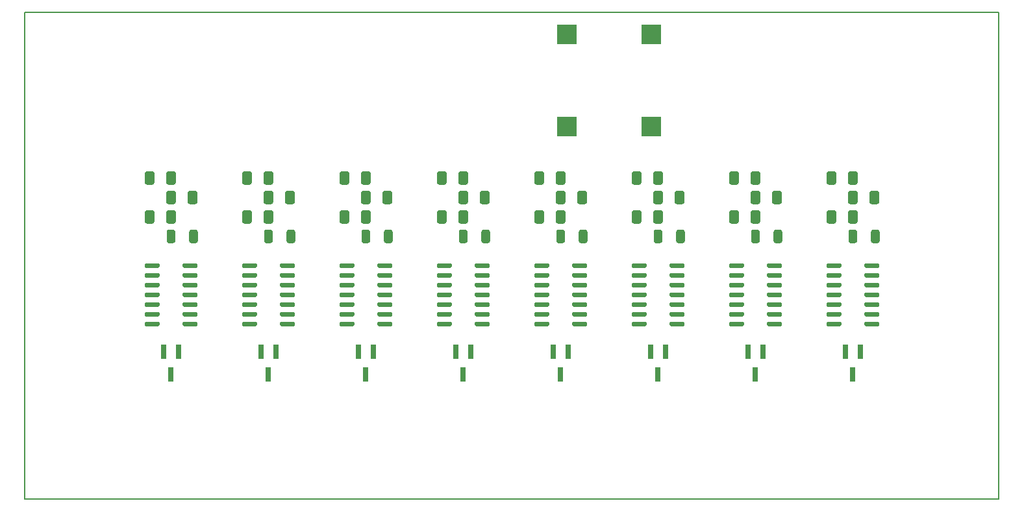
<source format=gbr>
G04 #@! TF.GenerationSoftware,KiCad,Pcbnew,5.1.8+dfsg1-1+b1*
G04 #@! TF.CreationDate,2021-07-07T16:36:25-05:00*
G04 #@! TF.ProjectId,potentiosynth,706f7465-6e74-4696-9f73-796e74682e6b,B*
G04 #@! TF.SameCoordinates,Original*
G04 #@! TF.FileFunction,Paste,Top*
G04 #@! TF.FilePolarity,Positive*
%FSLAX46Y46*%
G04 Gerber Fmt 4.6, Leading zero omitted, Abs format (unit mm)*
G04 Created by KiCad (PCBNEW 5.1.8+dfsg1-1+b1) date 2021-07-07 16:36:25*
%MOMM*%
%LPD*%
G01*
G04 APERTURE LIST*
G04 #@! TA.AperFunction,Profile*
%ADD10C,0.150000*%
G04 #@! TD*
%ADD11R,2.500000X2.500000*%
%ADD12R,0.800000X1.900000*%
G04 APERTURE END LIST*
D10*
X50800000Y-127000000D02*
X177800000Y-127000000D01*
X50800000Y-63500000D02*
X177800000Y-63500000D01*
X50800000Y-127000000D02*
X50800000Y-63500000D01*
X177800000Y-127000000D02*
X177800000Y-63500000D01*
G36*
G01*
X160250000Y-96670000D02*
X160250000Y-96370000D01*
G75*
G02*
X160400000Y-96220000I150000J0D01*
G01*
X162050000Y-96220000D01*
G75*
G02*
X162200000Y-96370000I0J-150000D01*
G01*
X162200000Y-96670000D01*
G75*
G02*
X162050000Y-96820000I-150000J0D01*
G01*
X160400000Y-96820000D01*
G75*
G02*
X160250000Y-96670000I0J150000D01*
G01*
G37*
G36*
G01*
X160250000Y-97940000D02*
X160250000Y-97640000D01*
G75*
G02*
X160400000Y-97490000I150000J0D01*
G01*
X162050000Y-97490000D01*
G75*
G02*
X162200000Y-97640000I0J-150000D01*
G01*
X162200000Y-97940000D01*
G75*
G02*
X162050000Y-98090000I-150000J0D01*
G01*
X160400000Y-98090000D01*
G75*
G02*
X160250000Y-97940000I0J150000D01*
G01*
G37*
G36*
G01*
X160250000Y-99210000D02*
X160250000Y-98910000D01*
G75*
G02*
X160400000Y-98760000I150000J0D01*
G01*
X162050000Y-98760000D01*
G75*
G02*
X162200000Y-98910000I0J-150000D01*
G01*
X162200000Y-99210000D01*
G75*
G02*
X162050000Y-99360000I-150000J0D01*
G01*
X160400000Y-99360000D01*
G75*
G02*
X160250000Y-99210000I0J150000D01*
G01*
G37*
G36*
G01*
X160250000Y-100480000D02*
X160250000Y-100180000D01*
G75*
G02*
X160400000Y-100030000I150000J0D01*
G01*
X162050000Y-100030000D01*
G75*
G02*
X162200000Y-100180000I0J-150000D01*
G01*
X162200000Y-100480000D01*
G75*
G02*
X162050000Y-100630000I-150000J0D01*
G01*
X160400000Y-100630000D01*
G75*
G02*
X160250000Y-100480000I0J150000D01*
G01*
G37*
G36*
G01*
X160250000Y-101750000D02*
X160250000Y-101450000D01*
G75*
G02*
X160400000Y-101300000I150000J0D01*
G01*
X162050000Y-101300000D01*
G75*
G02*
X162200000Y-101450000I0J-150000D01*
G01*
X162200000Y-101750000D01*
G75*
G02*
X162050000Y-101900000I-150000J0D01*
G01*
X160400000Y-101900000D01*
G75*
G02*
X160250000Y-101750000I0J150000D01*
G01*
G37*
G36*
G01*
X160250000Y-103020000D02*
X160250000Y-102720000D01*
G75*
G02*
X160400000Y-102570000I150000J0D01*
G01*
X162050000Y-102570000D01*
G75*
G02*
X162200000Y-102720000I0J-150000D01*
G01*
X162200000Y-103020000D01*
G75*
G02*
X162050000Y-103170000I-150000J0D01*
G01*
X160400000Y-103170000D01*
G75*
G02*
X160250000Y-103020000I0J150000D01*
G01*
G37*
G36*
G01*
X160250000Y-104290000D02*
X160250000Y-103990000D01*
G75*
G02*
X160400000Y-103840000I150000J0D01*
G01*
X162050000Y-103840000D01*
G75*
G02*
X162200000Y-103990000I0J-150000D01*
G01*
X162200000Y-104290000D01*
G75*
G02*
X162050000Y-104440000I-150000J0D01*
G01*
X160400000Y-104440000D01*
G75*
G02*
X160250000Y-104290000I0J150000D01*
G01*
G37*
G36*
G01*
X155300000Y-104290000D02*
X155300000Y-103990000D01*
G75*
G02*
X155450000Y-103840000I150000J0D01*
G01*
X157100000Y-103840000D01*
G75*
G02*
X157250000Y-103990000I0J-150000D01*
G01*
X157250000Y-104290000D01*
G75*
G02*
X157100000Y-104440000I-150000J0D01*
G01*
X155450000Y-104440000D01*
G75*
G02*
X155300000Y-104290000I0J150000D01*
G01*
G37*
G36*
G01*
X155300000Y-103020000D02*
X155300000Y-102720000D01*
G75*
G02*
X155450000Y-102570000I150000J0D01*
G01*
X157100000Y-102570000D01*
G75*
G02*
X157250000Y-102720000I0J-150000D01*
G01*
X157250000Y-103020000D01*
G75*
G02*
X157100000Y-103170000I-150000J0D01*
G01*
X155450000Y-103170000D01*
G75*
G02*
X155300000Y-103020000I0J150000D01*
G01*
G37*
G36*
G01*
X155300000Y-101750000D02*
X155300000Y-101450000D01*
G75*
G02*
X155450000Y-101300000I150000J0D01*
G01*
X157100000Y-101300000D01*
G75*
G02*
X157250000Y-101450000I0J-150000D01*
G01*
X157250000Y-101750000D01*
G75*
G02*
X157100000Y-101900000I-150000J0D01*
G01*
X155450000Y-101900000D01*
G75*
G02*
X155300000Y-101750000I0J150000D01*
G01*
G37*
G36*
G01*
X155300000Y-100480000D02*
X155300000Y-100180000D01*
G75*
G02*
X155450000Y-100030000I150000J0D01*
G01*
X157100000Y-100030000D01*
G75*
G02*
X157250000Y-100180000I0J-150000D01*
G01*
X157250000Y-100480000D01*
G75*
G02*
X157100000Y-100630000I-150000J0D01*
G01*
X155450000Y-100630000D01*
G75*
G02*
X155300000Y-100480000I0J150000D01*
G01*
G37*
G36*
G01*
X155300000Y-99210000D02*
X155300000Y-98910000D01*
G75*
G02*
X155450000Y-98760000I150000J0D01*
G01*
X157100000Y-98760000D01*
G75*
G02*
X157250000Y-98910000I0J-150000D01*
G01*
X157250000Y-99210000D01*
G75*
G02*
X157100000Y-99360000I-150000J0D01*
G01*
X155450000Y-99360000D01*
G75*
G02*
X155300000Y-99210000I0J150000D01*
G01*
G37*
G36*
G01*
X155300000Y-97940000D02*
X155300000Y-97640000D01*
G75*
G02*
X155450000Y-97490000I150000J0D01*
G01*
X157100000Y-97490000D01*
G75*
G02*
X157250000Y-97640000I0J-150000D01*
G01*
X157250000Y-97940000D01*
G75*
G02*
X157100000Y-98090000I-150000J0D01*
G01*
X155450000Y-98090000D01*
G75*
G02*
X155300000Y-97940000I0J150000D01*
G01*
G37*
G36*
G01*
X155300000Y-96670000D02*
X155300000Y-96370000D01*
G75*
G02*
X155450000Y-96220000I150000J0D01*
G01*
X157100000Y-96220000D01*
G75*
G02*
X157250000Y-96370000I0J-150000D01*
G01*
X157250000Y-96670000D01*
G75*
G02*
X157100000Y-96820000I-150000J0D01*
G01*
X155450000Y-96820000D01*
G75*
G02*
X155300000Y-96670000I0J150000D01*
G01*
G37*
G36*
G01*
X147550000Y-96670000D02*
X147550000Y-96370000D01*
G75*
G02*
X147700000Y-96220000I150000J0D01*
G01*
X149350000Y-96220000D01*
G75*
G02*
X149500000Y-96370000I0J-150000D01*
G01*
X149500000Y-96670000D01*
G75*
G02*
X149350000Y-96820000I-150000J0D01*
G01*
X147700000Y-96820000D01*
G75*
G02*
X147550000Y-96670000I0J150000D01*
G01*
G37*
G36*
G01*
X147550000Y-97940000D02*
X147550000Y-97640000D01*
G75*
G02*
X147700000Y-97490000I150000J0D01*
G01*
X149350000Y-97490000D01*
G75*
G02*
X149500000Y-97640000I0J-150000D01*
G01*
X149500000Y-97940000D01*
G75*
G02*
X149350000Y-98090000I-150000J0D01*
G01*
X147700000Y-98090000D01*
G75*
G02*
X147550000Y-97940000I0J150000D01*
G01*
G37*
G36*
G01*
X147550000Y-99210000D02*
X147550000Y-98910000D01*
G75*
G02*
X147700000Y-98760000I150000J0D01*
G01*
X149350000Y-98760000D01*
G75*
G02*
X149500000Y-98910000I0J-150000D01*
G01*
X149500000Y-99210000D01*
G75*
G02*
X149350000Y-99360000I-150000J0D01*
G01*
X147700000Y-99360000D01*
G75*
G02*
X147550000Y-99210000I0J150000D01*
G01*
G37*
G36*
G01*
X147550000Y-100480000D02*
X147550000Y-100180000D01*
G75*
G02*
X147700000Y-100030000I150000J0D01*
G01*
X149350000Y-100030000D01*
G75*
G02*
X149500000Y-100180000I0J-150000D01*
G01*
X149500000Y-100480000D01*
G75*
G02*
X149350000Y-100630000I-150000J0D01*
G01*
X147700000Y-100630000D01*
G75*
G02*
X147550000Y-100480000I0J150000D01*
G01*
G37*
G36*
G01*
X147550000Y-101750000D02*
X147550000Y-101450000D01*
G75*
G02*
X147700000Y-101300000I150000J0D01*
G01*
X149350000Y-101300000D01*
G75*
G02*
X149500000Y-101450000I0J-150000D01*
G01*
X149500000Y-101750000D01*
G75*
G02*
X149350000Y-101900000I-150000J0D01*
G01*
X147700000Y-101900000D01*
G75*
G02*
X147550000Y-101750000I0J150000D01*
G01*
G37*
G36*
G01*
X147550000Y-103020000D02*
X147550000Y-102720000D01*
G75*
G02*
X147700000Y-102570000I150000J0D01*
G01*
X149350000Y-102570000D01*
G75*
G02*
X149500000Y-102720000I0J-150000D01*
G01*
X149500000Y-103020000D01*
G75*
G02*
X149350000Y-103170000I-150000J0D01*
G01*
X147700000Y-103170000D01*
G75*
G02*
X147550000Y-103020000I0J150000D01*
G01*
G37*
G36*
G01*
X147550000Y-104290000D02*
X147550000Y-103990000D01*
G75*
G02*
X147700000Y-103840000I150000J0D01*
G01*
X149350000Y-103840000D01*
G75*
G02*
X149500000Y-103990000I0J-150000D01*
G01*
X149500000Y-104290000D01*
G75*
G02*
X149350000Y-104440000I-150000J0D01*
G01*
X147700000Y-104440000D01*
G75*
G02*
X147550000Y-104290000I0J150000D01*
G01*
G37*
G36*
G01*
X142600000Y-104290000D02*
X142600000Y-103990000D01*
G75*
G02*
X142750000Y-103840000I150000J0D01*
G01*
X144400000Y-103840000D01*
G75*
G02*
X144550000Y-103990000I0J-150000D01*
G01*
X144550000Y-104290000D01*
G75*
G02*
X144400000Y-104440000I-150000J0D01*
G01*
X142750000Y-104440000D01*
G75*
G02*
X142600000Y-104290000I0J150000D01*
G01*
G37*
G36*
G01*
X142600000Y-103020000D02*
X142600000Y-102720000D01*
G75*
G02*
X142750000Y-102570000I150000J0D01*
G01*
X144400000Y-102570000D01*
G75*
G02*
X144550000Y-102720000I0J-150000D01*
G01*
X144550000Y-103020000D01*
G75*
G02*
X144400000Y-103170000I-150000J0D01*
G01*
X142750000Y-103170000D01*
G75*
G02*
X142600000Y-103020000I0J150000D01*
G01*
G37*
G36*
G01*
X142600000Y-101750000D02*
X142600000Y-101450000D01*
G75*
G02*
X142750000Y-101300000I150000J0D01*
G01*
X144400000Y-101300000D01*
G75*
G02*
X144550000Y-101450000I0J-150000D01*
G01*
X144550000Y-101750000D01*
G75*
G02*
X144400000Y-101900000I-150000J0D01*
G01*
X142750000Y-101900000D01*
G75*
G02*
X142600000Y-101750000I0J150000D01*
G01*
G37*
G36*
G01*
X142600000Y-100480000D02*
X142600000Y-100180000D01*
G75*
G02*
X142750000Y-100030000I150000J0D01*
G01*
X144400000Y-100030000D01*
G75*
G02*
X144550000Y-100180000I0J-150000D01*
G01*
X144550000Y-100480000D01*
G75*
G02*
X144400000Y-100630000I-150000J0D01*
G01*
X142750000Y-100630000D01*
G75*
G02*
X142600000Y-100480000I0J150000D01*
G01*
G37*
G36*
G01*
X142600000Y-99210000D02*
X142600000Y-98910000D01*
G75*
G02*
X142750000Y-98760000I150000J0D01*
G01*
X144400000Y-98760000D01*
G75*
G02*
X144550000Y-98910000I0J-150000D01*
G01*
X144550000Y-99210000D01*
G75*
G02*
X144400000Y-99360000I-150000J0D01*
G01*
X142750000Y-99360000D01*
G75*
G02*
X142600000Y-99210000I0J150000D01*
G01*
G37*
G36*
G01*
X142600000Y-97940000D02*
X142600000Y-97640000D01*
G75*
G02*
X142750000Y-97490000I150000J0D01*
G01*
X144400000Y-97490000D01*
G75*
G02*
X144550000Y-97640000I0J-150000D01*
G01*
X144550000Y-97940000D01*
G75*
G02*
X144400000Y-98090000I-150000J0D01*
G01*
X142750000Y-98090000D01*
G75*
G02*
X142600000Y-97940000I0J150000D01*
G01*
G37*
G36*
G01*
X142600000Y-96670000D02*
X142600000Y-96370000D01*
G75*
G02*
X142750000Y-96220000I150000J0D01*
G01*
X144400000Y-96220000D01*
G75*
G02*
X144550000Y-96370000I0J-150000D01*
G01*
X144550000Y-96670000D01*
G75*
G02*
X144400000Y-96820000I-150000J0D01*
G01*
X142750000Y-96820000D01*
G75*
G02*
X142600000Y-96670000I0J150000D01*
G01*
G37*
G36*
G01*
X134850000Y-96670000D02*
X134850000Y-96370000D01*
G75*
G02*
X135000000Y-96220000I150000J0D01*
G01*
X136650000Y-96220000D01*
G75*
G02*
X136800000Y-96370000I0J-150000D01*
G01*
X136800000Y-96670000D01*
G75*
G02*
X136650000Y-96820000I-150000J0D01*
G01*
X135000000Y-96820000D01*
G75*
G02*
X134850000Y-96670000I0J150000D01*
G01*
G37*
G36*
G01*
X134850000Y-97940000D02*
X134850000Y-97640000D01*
G75*
G02*
X135000000Y-97490000I150000J0D01*
G01*
X136650000Y-97490000D01*
G75*
G02*
X136800000Y-97640000I0J-150000D01*
G01*
X136800000Y-97940000D01*
G75*
G02*
X136650000Y-98090000I-150000J0D01*
G01*
X135000000Y-98090000D01*
G75*
G02*
X134850000Y-97940000I0J150000D01*
G01*
G37*
G36*
G01*
X134850000Y-99210000D02*
X134850000Y-98910000D01*
G75*
G02*
X135000000Y-98760000I150000J0D01*
G01*
X136650000Y-98760000D01*
G75*
G02*
X136800000Y-98910000I0J-150000D01*
G01*
X136800000Y-99210000D01*
G75*
G02*
X136650000Y-99360000I-150000J0D01*
G01*
X135000000Y-99360000D01*
G75*
G02*
X134850000Y-99210000I0J150000D01*
G01*
G37*
G36*
G01*
X134850000Y-100480000D02*
X134850000Y-100180000D01*
G75*
G02*
X135000000Y-100030000I150000J0D01*
G01*
X136650000Y-100030000D01*
G75*
G02*
X136800000Y-100180000I0J-150000D01*
G01*
X136800000Y-100480000D01*
G75*
G02*
X136650000Y-100630000I-150000J0D01*
G01*
X135000000Y-100630000D01*
G75*
G02*
X134850000Y-100480000I0J150000D01*
G01*
G37*
G36*
G01*
X134850000Y-101750000D02*
X134850000Y-101450000D01*
G75*
G02*
X135000000Y-101300000I150000J0D01*
G01*
X136650000Y-101300000D01*
G75*
G02*
X136800000Y-101450000I0J-150000D01*
G01*
X136800000Y-101750000D01*
G75*
G02*
X136650000Y-101900000I-150000J0D01*
G01*
X135000000Y-101900000D01*
G75*
G02*
X134850000Y-101750000I0J150000D01*
G01*
G37*
G36*
G01*
X134850000Y-103020000D02*
X134850000Y-102720000D01*
G75*
G02*
X135000000Y-102570000I150000J0D01*
G01*
X136650000Y-102570000D01*
G75*
G02*
X136800000Y-102720000I0J-150000D01*
G01*
X136800000Y-103020000D01*
G75*
G02*
X136650000Y-103170000I-150000J0D01*
G01*
X135000000Y-103170000D01*
G75*
G02*
X134850000Y-103020000I0J150000D01*
G01*
G37*
G36*
G01*
X134850000Y-104290000D02*
X134850000Y-103990000D01*
G75*
G02*
X135000000Y-103840000I150000J0D01*
G01*
X136650000Y-103840000D01*
G75*
G02*
X136800000Y-103990000I0J-150000D01*
G01*
X136800000Y-104290000D01*
G75*
G02*
X136650000Y-104440000I-150000J0D01*
G01*
X135000000Y-104440000D01*
G75*
G02*
X134850000Y-104290000I0J150000D01*
G01*
G37*
G36*
G01*
X129900000Y-104290000D02*
X129900000Y-103990000D01*
G75*
G02*
X130050000Y-103840000I150000J0D01*
G01*
X131700000Y-103840000D01*
G75*
G02*
X131850000Y-103990000I0J-150000D01*
G01*
X131850000Y-104290000D01*
G75*
G02*
X131700000Y-104440000I-150000J0D01*
G01*
X130050000Y-104440000D01*
G75*
G02*
X129900000Y-104290000I0J150000D01*
G01*
G37*
G36*
G01*
X129900000Y-103020000D02*
X129900000Y-102720000D01*
G75*
G02*
X130050000Y-102570000I150000J0D01*
G01*
X131700000Y-102570000D01*
G75*
G02*
X131850000Y-102720000I0J-150000D01*
G01*
X131850000Y-103020000D01*
G75*
G02*
X131700000Y-103170000I-150000J0D01*
G01*
X130050000Y-103170000D01*
G75*
G02*
X129900000Y-103020000I0J150000D01*
G01*
G37*
G36*
G01*
X129900000Y-101750000D02*
X129900000Y-101450000D01*
G75*
G02*
X130050000Y-101300000I150000J0D01*
G01*
X131700000Y-101300000D01*
G75*
G02*
X131850000Y-101450000I0J-150000D01*
G01*
X131850000Y-101750000D01*
G75*
G02*
X131700000Y-101900000I-150000J0D01*
G01*
X130050000Y-101900000D01*
G75*
G02*
X129900000Y-101750000I0J150000D01*
G01*
G37*
G36*
G01*
X129900000Y-100480000D02*
X129900000Y-100180000D01*
G75*
G02*
X130050000Y-100030000I150000J0D01*
G01*
X131700000Y-100030000D01*
G75*
G02*
X131850000Y-100180000I0J-150000D01*
G01*
X131850000Y-100480000D01*
G75*
G02*
X131700000Y-100630000I-150000J0D01*
G01*
X130050000Y-100630000D01*
G75*
G02*
X129900000Y-100480000I0J150000D01*
G01*
G37*
G36*
G01*
X129900000Y-99210000D02*
X129900000Y-98910000D01*
G75*
G02*
X130050000Y-98760000I150000J0D01*
G01*
X131700000Y-98760000D01*
G75*
G02*
X131850000Y-98910000I0J-150000D01*
G01*
X131850000Y-99210000D01*
G75*
G02*
X131700000Y-99360000I-150000J0D01*
G01*
X130050000Y-99360000D01*
G75*
G02*
X129900000Y-99210000I0J150000D01*
G01*
G37*
G36*
G01*
X129900000Y-97940000D02*
X129900000Y-97640000D01*
G75*
G02*
X130050000Y-97490000I150000J0D01*
G01*
X131700000Y-97490000D01*
G75*
G02*
X131850000Y-97640000I0J-150000D01*
G01*
X131850000Y-97940000D01*
G75*
G02*
X131700000Y-98090000I-150000J0D01*
G01*
X130050000Y-98090000D01*
G75*
G02*
X129900000Y-97940000I0J150000D01*
G01*
G37*
G36*
G01*
X129900000Y-96670000D02*
X129900000Y-96370000D01*
G75*
G02*
X130050000Y-96220000I150000J0D01*
G01*
X131700000Y-96220000D01*
G75*
G02*
X131850000Y-96370000I0J-150000D01*
G01*
X131850000Y-96670000D01*
G75*
G02*
X131700000Y-96820000I-150000J0D01*
G01*
X130050000Y-96820000D01*
G75*
G02*
X129900000Y-96670000I0J150000D01*
G01*
G37*
G36*
G01*
X122150000Y-96670000D02*
X122150000Y-96370000D01*
G75*
G02*
X122300000Y-96220000I150000J0D01*
G01*
X123950000Y-96220000D01*
G75*
G02*
X124100000Y-96370000I0J-150000D01*
G01*
X124100000Y-96670000D01*
G75*
G02*
X123950000Y-96820000I-150000J0D01*
G01*
X122300000Y-96820000D01*
G75*
G02*
X122150000Y-96670000I0J150000D01*
G01*
G37*
G36*
G01*
X122150000Y-97940000D02*
X122150000Y-97640000D01*
G75*
G02*
X122300000Y-97490000I150000J0D01*
G01*
X123950000Y-97490000D01*
G75*
G02*
X124100000Y-97640000I0J-150000D01*
G01*
X124100000Y-97940000D01*
G75*
G02*
X123950000Y-98090000I-150000J0D01*
G01*
X122300000Y-98090000D01*
G75*
G02*
X122150000Y-97940000I0J150000D01*
G01*
G37*
G36*
G01*
X122150000Y-99210000D02*
X122150000Y-98910000D01*
G75*
G02*
X122300000Y-98760000I150000J0D01*
G01*
X123950000Y-98760000D01*
G75*
G02*
X124100000Y-98910000I0J-150000D01*
G01*
X124100000Y-99210000D01*
G75*
G02*
X123950000Y-99360000I-150000J0D01*
G01*
X122300000Y-99360000D01*
G75*
G02*
X122150000Y-99210000I0J150000D01*
G01*
G37*
G36*
G01*
X122150000Y-100480000D02*
X122150000Y-100180000D01*
G75*
G02*
X122300000Y-100030000I150000J0D01*
G01*
X123950000Y-100030000D01*
G75*
G02*
X124100000Y-100180000I0J-150000D01*
G01*
X124100000Y-100480000D01*
G75*
G02*
X123950000Y-100630000I-150000J0D01*
G01*
X122300000Y-100630000D01*
G75*
G02*
X122150000Y-100480000I0J150000D01*
G01*
G37*
G36*
G01*
X122150000Y-101750000D02*
X122150000Y-101450000D01*
G75*
G02*
X122300000Y-101300000I150000J0D01*
G01*
X123950000Y-101300000D01*
G75*
G02*
X124100000Y-101450000I0J-150000D01*
G01*
X124100000Y-101750000D01*
G75*
G02*
X123950000Y-101900000I-150000J0D01*
G01*
X122300000Y-101900000D01*
G75*
G02*
X122150000Y-101750000I0J150000D01*
G01*
G37*
G36*
G01*
X122150000Y-103020000D02*
X122150000Y-102720000D01*
G75*
G02*
X122300000Y-102570000I150000J0D01*
G01*
X123950000Y-102570000D01*
G75*
G02*
X124100000Y-102720000I0J-150000D01*
G01*
X124100000Y-103020000D01*
G75*
G02*
X123950000Y-103170000I-150000J0D01*
G01*
X122300000Y-103170000D01*
G75*
G02*
X122150000Y-103020000I0J150000D01*
G01*
G37*
G36*
G01*
X122150000Y-104290000D02*
X122150000Y-103990000D01*
G75*
G02*
X122300000Y-103840000I150000J0D01*
G01*
X123950000Y-103840000D01*
G75*
G02*
X124100000Y-103990000I0J-150000D01*
G01*
X124100000Y-104290000D01*
G75*
G02*
X123950000Y-104440000I-150000J0D01*
G01*
X122300000Y-104440000D01*
G75*
G02*
X122150000Y-104290000I0J150000D01*
G01*
G37*
G36*
G01*
X117200000Y-104290000D02*
X117200000Y-103990000D01*
G75*
G02*
X117350000Y-103840000I150000J0D01*
G01*
X119000000Y-103840000D01*
G75*
G02*
X119150000Y-103990000I0J-150000D01*
G01*
X119150000Y-104290000D01*
G75*
G02*
X119000000Y-104440000I-150000J0D01*
G01*
X117350000Y-104440000D01*
G75*
G02*
X117200000Y-104290000I0J150000D01*
G01*
G37*
G36*
G01*
X117200000Y-103020000D02*
X117200000Y-102720000D01*
G75*
G02*
X117350000Y-102570000I150000J0D01*
G01*
X119000000Y-102570000D01*
G75*
G02*
X119150000Y-102720000I0J-150000D01*
G01*
X119150000Y-103020000D01*
G75*
G02*
X119000000Y-103170000I-150000J0D01*
G01*
X117350000Y-103170000D01*
G75*
G02*
X117200000Y-103020000I0J150000D01*
G01*
G37*
G36*
G01*
X117200000Y-101750000D02*
X117200000Y-101450000D01*
G75*
G02*
X117350000Y-101300000I150000J0D01*
G01*
X119000000Y-101300000D01*
G75*
G02*
X119150000Y-101450000I0J-150000D01*
G01*
X119150000Y-101750000D01*
G75*
G02*
X119000000Y-101900000I-150000J0D01*
G01*
X117350000Y-101900000D01*
G75*
G02*
X117200000Y-101750000I0J150000D01*
G01*
G37*
G36*
G01*
X117200000Y-100480000D02*
X117200000Y-100180000D01*
G75*
G02*
X117350000Y-100030000I150000J0D01*
G01*
X119000000Y-100030000D01*
G75*
G02*
X119150000Y-100180000I0J-150000D01*
G01*
X119150000Y-100480000D01*
G75*
G02*
X119000000Y-100630000I-150000J0D01*
G01*
X117350000Y-100630000D01*
G75*
G02*
X117200000Y-100480000I0J150000D01*
G01*
G37*
G36*
G01*
X117200000Y-99210000D02*
X117200000Y-98910000D01*
G75*
G02*
X117350000Y-98760000I150000J0D01*
G01*
X119000000Y-98760000D01*
G75*
G02*
X119150000Y-98910000I0J-150000D01*
G01*
X119150000Y-99210000D01*
G75*
G02*
X119000000Y-99360000I-150000J0D01*
G01*
X117350000Y-99360000D01*
G75*
G02*
X117200000Y-99210000I0J150000D01*
G01*
G37*
G36*
G01*
X117200000Y-97940000D02*
X117200000Y-97640000D01*
G75*
G02*
X117350000Y-97490000I150000J0D01*
G01*
X119000000Y-97490000D01*
G75*
G02*
X119150000Y-97640000I0J-150000D01*
G01*
X119150000Y-97940000D01*
G75*
G02*
X119000000Y-98090000I-150000J0D01*
G01*
X117350000Y-98090000D01*
G75*
G02*
X117200000Y-97940000I0J150000D01*
G01*
G37*
G36*
G01*
X117200000Y-96670000D02*
X117200000Y-96370000D01*
G75*
G02*
X117350000Y-96220000I150000J0D01*
G01*
X119000000Y-96220000D01*
G75*
G02*
X119150000Y-96370000I0J-150000D01*
G01*
X119150000Y-96670000D01*
G75*
G02*
X119000000Y-96820000I-150000J0D01*
G01*
X117350000Y-96820000D01*
G75*
G02*
X117200000Y-96670000I0J150000D01*
G01*
G37*
G36*
G01*
X109450000Y-96670000D02*
X109450000Y-96370000D01*
G75*
G02*
X109600000Y-96220000I150000J0D01*
G01*
X111250000Y-96220000D01*
G75*
G02*
X111400000Y-96370000I0J-150000D01*
G01*
X111400000Y-96670000D01*
G75*
G02*
X111250000Y-96820000I-150000J0D01*
G01*
X109600000Y-96820000D01*
G75*
G02*
X109450000Y-96670000I0J150000D01*
G01*
G37*
G36*
G01*
X109450000Y-97940000D02*
X109450000Y-97640000D01*
G75*
G02*
X109600000Y-97490000I150000J0D01*
G01*
X111250000Y-97490000D01*
G75*
G02*
X111400000Y-97640000I0J-150000D01*
G01*
X111400000Y-97940000D01*
G75*
G02*
X111250000Y-98090000I-150000J0D01*
G01*
X109600000Y-98090000D01*
G75*
G02*
X109450000Y-97940000I0J150000D01*
G01*
G37*
G36*
G01*
X109450000Y-99210000D02*
X109450000Y-98910000D01*
G75*
G02*
X109600000Y-98760000I150000J0D01*
G01*
X111250000Y-98760000D01*
G75*
G02*
X111400000Y-98910000I0J-150000D01*
G01*
X111400000Y-99210000D01*
G75*
G02*
X111250000Y-99360000I-150000J0D01*
G01*
X109600000Y-99360000D01*
G75*
G02*
X109450000Y-99210000I0J150000D01*
G01*
G37*
G36*
G01*
X109450000Y-100480000D02*
X109450000Y-100180000D01*
G75*
G02*
X109600000Y-100030000I150000J0D01*
G01*
X111250000Y-100030000D01*
G75*
G02*
X111400000Y-100180000I0J-150000D01*
G01*
X111400000Y-100480000D01*
G75*
G02*
X111250000Y-100630000I-150000J0D01*
G01*
X109600000Y-100630000D01*
G75*
G02*
X109450000Y-100480000I0J150000D01*
G01*
G37*
G36*
G01*
X109450000Y-101750000D02*
X109450000Y-101450000D01*
G75*
G02*
X109600000Y-101300000I150000J0D01*
G01*
X111250000Y-101300000D01*
G75*
G02*
X111400000Y-101450000I0J-150000D01*
G01*
X111400000Y-101750000D01*
G75*
G02*
X111250000Y-101900000I-150000J0D01*
G01*
X109600000Y-101900000D01*
G75*
G02*
X109450000Y-101750000I0J150000D01*
G01*
G37*
G36*
G01*
X109450000Y-103020000D02*
X109450000Y-102720000D01*
G75*
G02*
X109600000Y-102570000I150000J0D01*
G01*
X111250000Y-102570000D01*
G75*
G02*
X111400000Y-102720000I0J-150000D01*
G01*
X111400000Y-103020000D01*
G75*
G02*
X111250000Y-103170000I-150000J0D01*
G01*
X109600000Y-103170000D01*
G75*
G02*
X109450000Y-103020000I0J150000D01*
G01*
G37*
G36*
G01*
X109450000Y-104290000D02*
X109450000Y-103990000D01*
G75*
G02*
X109600000Y-103840000I150000J0D01*
G01*
X111250000Y-103840000D01*
G75*
G02*
X111400000Y-103990000I0J-150000D01*
G01*
X111400000Y-104290000D01*
G75*
G02*
X111250000Y-104440000I-150000J0D01*
G01*
X109600000Y-104440000D01*
G75*
G02*
X109450000Y-104290000I0J150000D01*
G01*
G37*
G36*
G01*
X104500000Y-104290000D02*
X104500000Y-103990000D01*
G75*
G02*
X104650000Y-103840000I150000J0D01*
G01*
X106300000Y-103840000D01*
G75*
G02*
X106450000Y-103990000I0J-150000D01*
G01*
X106450000Y-104290000D01*
G75*
G02*
X106300000Y-104440000I-150000J0D01*
G01*
X104650000Y-104440000D01*
G75*
G02*
X104500000Y-104290000I0J150000D01*
G01*
G37*
G36*
G01*
X104500000Y-103020000D02*
X104500000Y-102720000D01*
G75*
G02*
X104650000Y-102570000I150000J0D01*
G01*
X106300000Y-102570000D01*
G75*
G02*
X106450000Y-102720000I0J-150000D01*
G01*
X106450000Y-103020000D01*
G75*
G02*
X106300000Y-103170000I-150000J0D01*
G01*
X104650000Y-103170000D01*
G75*
G02*
X104500000Y-103020000I0J150000D01*
G01*
G37*
G36*
G01*
X104500000Y-101750000D02*
X104500000Y-101450000D01*
G75*
G02*
X104650000Y-101300000I150000J0D01*
G01*
X106300000Y-101300000D01*
G75*
G02*
X106450000Y-101450000I0J-150000D01*
G01*
X106450000Y-101750000D01*
G75*
G02*
X106300000Y-101900000I-150000J0D01*
G01*
X104650000Y-101900000D01*
G75*
G02*
X104500000Y-101750000I0J150000D01*
G01*
G37*
G36*
G01*
X104500000Y-100480000D02*
X104500000Y-100180000D01*
G75*
G02*
X104650000Y-100030000I150000J0D01*
G01*
X106300000Y-100030000D01*
G75*
G02*
X106450000Y-100180000I0J-150000D01*
G01*
X106450000Y-100480000D01*
G75*
G02*
X106300000Y-100630000I-150000J0D01*
G01*
X104650000Y-100630000D01*
G75*
G02*
X104500000Y-100480000I0J150000D01*
G01*
G37*
G36*
G01*
X104500000Y-99210000D02*
X104500000Y-98910000D01*
G75*
G02*
X104650000Y-98760000I150000J0D01*
G01*
X106300000Y-98760000D01*
G75*
G02*
X106450000Y-98910000I0J-150000D01*
G01*
X106450000Y-99210000D01*
G75*
G02*
X106300000Y-99360000I-150000J0D01*
G01*
X104650000Y-99360000D01*
G75*
G02*
X104500000Y-99210000I0J150000D01*
G01*
G37*
G36*
G01*
X104500000Y-97940000D02*
X104500000Y-97640000D01*
G75*
G02*
X104650000Y-97490000I150000J0D01*
G01*
X106300000Y-97490000D01*
G75*
G02*
X106450000Y-97640000I0J-150000D01*
G01*
X106450000Y-97940000D01*
G75*
G02*
X106300000Y-98090000I-150000J0D01*
G01*
X104650000Y-98090000D01*
G75*
G02*
X104500000Y-97940000I0J150000D01*
G01*
G37*
G36*
G01*
X104500000Y-96670000D02*
X104500000Y-96370000D01*
G75*
G02*
X104650000Y-96220000I150000J0D01*
G01*
X106300000Y-96220000D01*
G75*
G02*
X106450000Y-96370000I0J-150000D01*
G01*
X106450000Y-96670000D01*
G75*
G02*
X106300000Y-96820000I-150000J0D01*
G01*
X104650000Y-96820000D01*
G75*
G02*
X104500000Y-96670000I0J150000D01*
G01*
G37*
G36*
G01*
X96750000Y-96670000D02*
X96750000Y-96370000D01*
G75*
G02*
X96900000Y-96220000I150000J0D01*
G01*
X98550000Y-96220000D01*
G75*
G02*
X98700000Y-96370000I0J-150000D01*
G01*
X98700000Y-96670000D01*
G75*
G02*
X98550000Y-96820000I-150000J0D01*
G01*
X96900000Y-96820000D01*
G75*
G02*
X96750000Y-96670000I0J150000D01*
G01*
G37*
G36*
G01*
X96750000Y-97940000D02*
X96750000Y-97640000D01*
G75*
G02*
X96900000Y-97490000I150000J0D01*
G01*
X98550000Y-97490000D01*
G75*
G02*
X98700000Y-97640000I0J-150000D01*
G01*
X98700000Y-97940000D01*
G75*
G02*
X98550000Y-98090000I-150000J0D01*
G01*
X96900000Y-98090000D01*
G75*
G02*
X96750000Y-97940000I0J150000D01*
G01*
G37*
G36*
G01*
X96750000Y-99210000D02*
X96750000Y-98910000D01*
G75*
G02*
X96900000Y-98760000I150000J0D01*
G01*
X98550000Y-98760000D01*
G75*
G02*
X98700000Y-98910000I0J-150000D01*
G01*
X98700000Y-99210000D01*
G75*
G02*
X98550000Y-99360000I-150000J0D01*
G01*
X96900000Y-99360000D01*
G75*
G02*
X96750000Y-99210000I0J150000D01*
G01*
G37*
G36*
G01*
X96750000Y-100480000D02*
X96750000Y-100180000D01*
G75*
G02*
X96900000Y-100030000I150000J0D01*
G01*
X98550000Y-100030000D01*
G75*
G02*
X98700000Y-100180000I0J-150000D01*
G01*
X98700000Y-100480000D01*
G75*
G02*
X98550000Y-100630000I-150000J0D01*
G01*
X96900000Y-100630000D01*
G75*
G02*
X96750000Y-100480000I0J150000D01*
G01*
G37*
G36*
G01*
X96750000Y-101750000D02*
X96750000Y-101450000D01*
G75*
G02*
X96900000Y-101300000I150000J0D01*
G01*
X98550000Y-101300000D01*
G75*
G02*
X98700000Y-101450000I0J-150000D01*
G01*
X98700000Y-101750000D01*
G75*
G02*
X98550000Y-101900000I-150000J0D01*
G01*
X96900000Y-101900000D01*
G75*
G02*
X96750000Y-101750000I0J150000D01*
G01*
G37*
G36*
G01*
X96750000Y-103020000D02*
X96750000Y-102720000D01*
G75*
G02*
X96900000Y-102570000I150000J0D01*
G01*
X98550000Y-102570000D01*
G75*
G02*
X98700000Y-102720000I0J-150000D01*
G01*
X98700000Y-103020000D01*
G75*
G02*
X98550000Y-103170000I-150000J0D01*
G01*
X96900000Y-103170000D01*
G75*
G02*
X96750000Y-103020000I0J150000D01*
G01*
G37*
G36*
G01*
X96750000Y-104290000D02*
X96750000Y-103990000D01*
G75*
G02*
X96900000Y-103840000I150000J0D01*
G01*
X98550000Y-103840000D01*
G75*
G02*
X98700000Y-103990000I0J-150000D01*
G01*
X98700000Y-104290000D01*
G75*
G02*
X98550000Y-104440000I-150000J0D01*
G01*
X96900000Y-104440000D01*
G75*
G02*
X96750000Y-104290000I0J150000D01*
G01*
G37*
G36*
G01*
X91800000Y-104290000D02*
X91800000Y-103990000D01*
G75*
G02*
X91950000Y-103840000I150000J0D01*
G01*
X93600000Y-103840000D01*
G75*
G02*
X93750000Y-103990000I0J-150000D01*
G01*
X93750000Y-104290000D01*
G75*
G02*
X93600000Y-104440000I-150000J0D01*
G01*
X91950000Y-104440000D01*
G75*
G02*
X91800000Y-104290000I0J150000D01*
G01*
G37*
G36*
G01*
X91800000Y-103020000D02*
X91800000Y-102720000D01*
G75*
G02*
X91950000Y-102570000I150000J0D01*
G01*
X93600000Y-102570000D01*
G75*
G02*
X93750000Y-102720000I0J-150000D01*
G01*
X93750000Y-103020000D01*
G75*
G02*
X93600000Y-103170000I-150000J0D01*
G01*
X91950000Y-103170000D01*
G75*
G02*
X91800000Y-103020000I0J150000D01*
G01*
G37*
G36*
G01*
X91800000Y-101750000D02*
X91800000Y-101450000D01*
G75*
G02*
X91950000Y-101300000I150000J0D01*
G01*
X93600000Y-101300000D01*
G75*
G02*
X93750000Y-101450000I0J-150000D01*
G01*
X93750000Y-101750000D01*
G75*
G02*
X93600000Y-101900000I-150000J0D01*
G01*
X91950000Y-101900000D01*
G75*
G02*
X91800000Y-101750000I0J150000D01*
G01*
G37*
G36*
G01*
X91800000Y-100480000D02*
X91800000Y-100180000D01*
G75*
G02*
X91950000Y-100030000I150000J0D01*
G01*
X93600000Y-100030000D01*
G75*
G02*
X93750000Y-100180000I0J-150000D01*
G01*
X93750000Y-100480000D01*
G75*
G02*
X93600000Y-100630000I-150000J0D01*
G01*
X91950000Y-100630000D01*
G75*
G02*
X91800000Y-100480000I0J150000D01*
G01*
G37*
G36*
G01*
X91800000Y-99210000D02*
X91800000Y-98910000D01*
G75*
G02*
X91950000Y-98760000I150000J0D01*
G01*
X93600000Y-98760000D01*
G75*
G02*
X93750000Y-98910000I0J-150000D01*
G01*
X93750000Y-99210000D01*
G75*
G02*
X93600000Y-99360000I-150000J0D01*
G01*
X91950000Y-99360000D01*
G75*
G02*
X91800000Y-99210000I0J150000D01*
G01*
G37*
G36*
G01*
X91800000Y-97940000D02*
X91800000Y-97640000D01*
G75*
G02*
X91950000Y-97490000I150000J0D01*
G01*
X93600000Y-97490000D01*
G75*
G02*
X93750000Y-97640000I0J-150000D01*
G01*
X93750000Y-97940000D01*
G75*
G02*
X93600000Y-98090000I-150000J0D01*
G01*
X91950000Y-98090000D01*
G75*
G02*
X91800000Y-97940000I0J150000D01*
G01*
G37*
G36*
G01*
X91800000Y-96670000D02*
X91800000Y-96370000D01*
G75*
G02*
X91950000Y-96220000I150000J0D01*
G01*
X93600000Y-96220000D01*
G75*
G02*
X93750000Y-96370000I0J-150000D01*
G01*
X93750000Y-96670000D01*
G75*
G02*
X93600000Y-96820000I-150000J0D01*
G01*
X91950000Y-96820000D01*
G75*
G02*
X91800000Y-96670000I0J150000D01*
G01*
G37*
G36*
G01*
X84050000Y-96670000D02*
X84050000Y-96370000D01*
G75*
G02*
X84200000Y-96220000I150000J0D01*
G01*
X85850000Y-96220000D01*
G75*
G02*
X86000000Y-96370000I0J-150000D01*
G01*
X86000000Y-96670000D01*
G75*
G02*
X85850000Y-96820000I-150000J0D01*
G01*
X84200000Y-96820000D01*
G75*
G02*
X84050000Y-96670000I0J150000D01*
G01*
G37*
G36*
G01*
X84050000Y-97940000D02*
X84050000Y-97640000D01*
G75*
G02*
X84200000Y-97490000I150000J0D01*
G01*
X85850000Y-97490000D01*
G75*
G02*
X86000000Y-97640000I0J-150000D01*
G01*
X86000000Y-97940000D01*
G75*
G02*
X85850000Y-98090000I-150000J0D01*
G01*
X84200000Y-98090000D01*
G75*
G02*
X84050000Y-97940000I0J150000D01*
G01*
G37*
G36*
G01*
X84050000Y-99210000D02*
X84050000Y-98910000D01*
G75*
G02*
X84200000Y-98760000I150000J0D01*
G01*
X85850000Y-98760000D01*
G75*
G02*
X86000000Y-98910000I0J-150000D01*
G01*
X86000000Y-99210000D01*
G75*
G02*
X85850000Y-99360000I-150000J0D01*
G01*
X84200000Y-99360000D01*
G75*
G02*
X84050000Y-99210000I0J150000D01*
G01*
G37*
G36*
G01*
X84050000Y-100480000D02*
X84050000Y-100180000D01*
G75*
G02*
X84200000Y-100030000I150000J0D01*
G01*
X85850000Y-100030000D01*
G75*
G02*
X86000000Y-100180000I0J-150000D01*
G01*
X86000000Y-100480000D01*
G75*
G02*
X85850000Y-100630000I-150000J0D01*
G01*
X84200000Y-100630000D01*
G75*
G02*
X84050000Y-100480000I0J150000D01*
G01*
G37*
G36*
G01*
X84050000Y-101750000D02*
X84050000Y-101450000D01*
G75*
G02*
X84200000Y-101300000I150000J0D01*
G01*
X85850000Y-101300000D01*
G75*
G02*
X86000000Y-101450000I0J-150000D01*
G01*
X86000000Y-101750000D01*
G75*
G02*
X85850000Y-101900000I-150000J0D01*
G01*
X84200000Y-101900000D01*
G75*
G02*
X84050000Y-101750000I0J150000D01*
G01*
G37*
G36*
G01*
X84050000Y-103020000D02*
X84050000Y-102720000D01*
G75*
G02*
X84200000Y-102570000I150000J0D01*
G01*
X85850000Y-102570000D01*
G75*
G02*
X86000000Y-102720000I0J-150000D01*
G01*
X86000000Y-103020000D01*
G75*
G02*
X85850000Y-103170000I-150000J0D01*
G01*
X84200000Y-103170000D01*
G75*
G02*
X84050000Y-103020000I0J150000D01*
G01*
G37*
G36*
G01*
X84050000Y-104290000D02*
X84050000Y-103990000D01*
G75*
G02*
X84200000Y-103840000I150000J0D01*
G01*
X85850000Y-103840000D01*
G75*
G02*
X86000000Y-103990000I0J-150000D01*
G01*
X86000000Y-104290000D01*
G75*
G02*
X85850000Y-104440000I-150000J0D01*
G01*
X84200000Y-104440000D01*
G75*
G02*
X84050000Y-104290000I0J150000D01*
G01*
G37*
G36*
G01*
X79100000Y-104290000D02*
X79100000Y-103990000D01*
G75*
G02*
X79250000Y-103840000I150000J0D01*
G01*
X80900000Y-103840000D01*
G75*
G02*
X81050000Y-103990000I0J-150000D01*
G01*
X81050000Y-104290000D01*
G75*
G02*
X80900000Y-104440000I-150000J0D01*
G01*
X79250000Y-104440000D01*
G75*
G02*
X79100000Y-104290000I0J150000D01*
G01*
G37*
G36*
G01*
X79100000Y-103020000D02*
X79100000Y-102720000D01*
G75*
G02*
X79250000Y-102570000I150000J0D01*
G01*
X80900000Y-102570000D01*
G75*
G02*
X81050000Y-102720000I0J-150000D01*
G01*
X81050000Y-103020000D01*
G75*
G02*
X80900000Y-103170000I-150000J0D01*
G01*
X79250000Y-103170000D01*
G75*
G02*
X79100000Y-103020000I0J150000D01*
G01*
G37*
G36*
G01*
X79100000Y-101750000D02*
X79100000Y-101450000D01*
G75*
G02*
X79250000Y-101300000I150000J0D01*
G01*
X80900000Y-101300000D01*
G75*
G02*
X81050000Y-101450000I0J-150000D01*
G01*
X81050000Y-101750000D01*
G75*
G02*
X80900000Y-101900000I-150000J0D01*
G01*
X79250000Y-101900000D01*
G75*
G02*
X79100000Y-101750000I0J150000D01*
G01*
G37*
G36*
G01*
X79100000Y-100480000D02*
X79100000Y-100180000D01*
G75*
G02*
X79250000Y-100030000I150000J0D01*
G01*
X80900000Y-100030000D01*
G75*
G02*
X81050000Y-100180000I0J-150000D01*
G01*
X81050000Y-100480000D01*
G75*
G02*
X80900000Y-100630000I-150000J0D01*
G01*
X79250000Y-100630000D01*
G75*
G02*
X79100000Y-100480000I0J150000D01*
G01*
G37*
G36*
G01*
X79100000Y-99210000D02*
X79100000Y-98910000D01*
G75*
G02*
X79250000Y-98760000I150000J0D01*
G01*
X80900000Y-98760000D01*
G75*
G02*
X81050000Y-98910000I0J-150000D01*
G01*
X81050000Y-99210000D01*
G75*
G02*
X80900000Y-99360000I-150000J0D01*
G01*
X79250000Y-99360000D01*
G75*
G02*
X79100000Y-99210000I0J150000D01*
G01*
G37*
G36*
G01*
X79100000Y-97940000D02*
X79100000Y-97640000D01*
G75*
G02*
X79250000Y-97490000I150000J0D01*
G01*
X80900000Y-97490000D01*
G75*
G02*
X81050000Y-97640000I0J-150000D01*
G01*
X81050000Y-97940000D01*
G75*
G02*
X80900000Y-98090000I-150000J0D01*
G01*
X79250000Y-98090000D01*
G75*
G02*
X79100000Y-97940000I0J150000D01*
G01*
G37*
G36*
G01*
X79100000Y-96670000D02*
X79100000Y-96370000D01*
G75*
G02*
X79250000Y-96220000I150000J0D01*
G01*
X80900000Y-96220000D01*
G75*
G02*
X81050000Y-96370000I0J-150000D01*
G01*
X81050000Y-96670000D01*
G75*
G02*
X80900000Y-96820000I-150000J0D01*
G01*
X79250000Y-96820000D01*
G75*
G02*
X79100000Y-96670000I0J150000D01*
G01*
G37*
G36*
G01*
X71350000Y-96670000D02*
X71350000Y-96370000D01*
G75*
G02*
X71500000Y-96220000I150000J0D01*
G01*
X73150000Y-96220000D01*
G75*
G02*
X73300000Y-96370000I0J-150000D01*
G01*
X73300000Y-96670000D01*
G75*
G02*
X73150000Y-96820000I-150000J0D01*
G01*
X71500000Y-96820000D01*
G75*
G02*
X71350000Y-96670000I0J150000D01*
G01*
G37*
G36*
G01*
X71350000Y-97940000D02*
X71350000Y-97640000D01*
G75*
G02*
X71500000Y-97490000I150000J0D01*
G01*
X73150000Y-97490000D01*
G75*
G02*
X73300000Y-97640000I0J-150000D01*
G01*
X73300000Y-97940000D01*
G75*
G02*
X73150000Y-98090000I-150000J0D01*
G01*
X71500000Y-98090000D01*
G75*
G02*
X71350000Y-97940000I0J150000D01*
G01*
G37*
G36*
G01*
X71350000Y-99210000D02*
X71350000Y-98910000D01*
G75*
G02*
X71500000Y-98760000I150000J0D01*
G01*
X73150000Y-98760000D01*
G75*
G02*
X73300000Y-98910000I0J-150000D01*
G01*
X73300000Y-99210000D01*
G75*
G02*
X73150000Y-99360000I-150000J0D01*
G01*
X71500000Y-99360000D01*
G75*
G02*
X71350000Y-99210000I0J150000D01*
G01*
G37*
G36*
G01*
X71350000Y-100480000D02*
X71350000Y-100180000D01*
G75*
G02*
X71500000Y-100030000I150000J0D01*
G01*
X73150000Y-100030000D01*
G75*
G02*
X73300000Y-100180000I0J-150000D01*
G01*
X73300000Y-100480000D01*
G75*
G02*
X73150000Y-100630000I-150000J0D01*
G01*
X71500000Y-100630000D01*
G75*
G02*
X71350000Y-100480000I0J150000D01*
G01*
G37*
G36*
G01*
X71350000Y-101750000D02*
X71350000Y-101450000D01*
G75*
G02*
X71500000Y-101300000I150000J0D01*
G01*
X73150000Y-101300000D01*
G75*
G02*
X73300000Y-101450000I0J-150000D01*
G01*
X73300000Y-101750000D01*
G75*
G02*
X73150000Y-101900000I-150000J0D01*
G01*
X71500000Y-101900000D01*
G75*
G02*
X71350000Y-101750000I0J150000D01*
G01*
G37*
G36*
G01*
X71350000Y-103020000D02*
X71350000Y-102720000D01*
G75*
G02*
X71500000Y-102570000I150000J0D01*
G01*
X73150000Y-102570000D01*
G75*
G02*
X73300000Y-102720000I0J-150000D01*
G01*
X73300000Y-103020000D01*
G75*
G02*
X73150000Y-103170000I-150000J0D01*
G01*
X71500000Y-103170000D01*
G75*
G02*
X71350000Y-103020000I0J150000D01*
G01*
G37*
G36*
G01*
X71350000Y-104290000D02*
X71350000Y-103990000D01*
G75*
G02*
X71500000Y-103840000I150000J0D01*
G01*
X73150000Y-103840000D01*
G75*
G02*
X73300000Y-103990000I0J-150000D01*
G01*
X73300000Y-104290000D01*
G75*
G02*
X73150000Y-104440000I-150000J0D01*
G01*
X71500000Y-104440000D01*
G75*
G02*
X71350000Y-104290000I0J150000D01*
G01*
G37*
G36*
G01*
X66400000Y-104290000D02*
X66400000Y-103990000D01*
G75*
G02*
X66550000Y-103840000I150000J0D01*
G01*
X68200000Y-103840000D01*
G75*
G02*
X68350000Y-103990000I0J-150000D01*
G01*
X68350000Y-104290000D01*
G75*
G02*
X68200000Y-104440000I-150000J0D01*
G01*
X66550000Y-104440000D01*
G75*
G02*
X66400000Y-104290000I0J150000D01*
G01*
G37*
G36*
G01*
X66400000Y-103020000D02*
X66400000Y-102720000D01*
G75*
G02*
X66550000Y-102570000I150000J0D01*
G01*
X68200000Y-102570000D01*
G75*
G02*
X68350000Y-102720000I0J-150000D01*
G01*
X68350000Y-103020000D01*
G75*
G02*
X68200000Y-103170000I-150000J0D01*
G01*
X66550000Y-103170000D01*
G75*
G02*
X66400000Y-103020000I0J150000D01*
G01*
G37*
G36*
G01*
X66400000Y-101750000D02*
X66400000Y-101450000D01*
G75*
G02*
X66550000Y-101300000I150000J0D01*
G01*
X68200000Y-101300000D01*
G75*
G02*
X68350000Y-101450000I0J-150000D01*
G01*
X68350000Y-101750000D01*
G75*
G02*
X68200000Y-101900000I-150000J0D01*
G01*
X66550000Y-101900000D01*
G75*
G02*
X66400000Y-101750000I0J150000D01*
G01*
G37*
G36*
G01*
X66400000Y-100480000D02*
X66400000Y-100180000D01*
G75*
G02*
X66550000Y-100030000I150000J0D01*
G01*
X68200000Y-100030000D01*
G75*
G02*
X68350000Y-100180000I0J-150000D01*
G01*
X68350000Y-100480000D01*
G75*
G02*
X68200000Y-100630000I-150000J0D01*
G01*
X66550000Y-100630000D01*
G75*
G02*
X66400000Y-100480000I0J150000D01*
G01*
G37*
G36*
G01*
X66400000Y-99210000D02*
X66400000Y-98910000D01*
G75*
G02*
X66550000Y-98760000I150000J0D01*
G01*
X68200000Y-98760000D01*
G75*
G02*
X68350000Y-98910000I0J-150000D01*
G01*
X68350000Y-99210000D01*
G75*
G02*
X68200000Y-99360000I-150000J0D01*
G01*
X66550000Y-99360000D01*
G75*
G02*
X66400000Y-99210000I0J150000D01*
G01*
G37*
G36*
G01*
X66400000Y-97940000D02*
X66400000Y-97640000D01*
G75*
G02*
X66550000Y-97490000I150000J0D01*
G01*
X68200000Y-97490000D01*
G75*
G02*
X68350000Y-97640000I0J-150000D01*
G01*
X68350000Y-97940000D01*
G75*
G02*
X68200000Y-98090000I-150000J0D01*
G01*
X66550000Y-98090000D01*
G75*
G02*
X66400000Y-97940000I0J150000D01*
G01*
G37*
G36*
G01*
X66400000Y-96670000D02*
X66400000Y-96370000D01*
G75*
G02*
X66550000Y-96220000I150000J0D01*
G01*
X68200000Y-96220000D01*
G75*
G02*
X68350000Y-96370000I0J-150000D01*
G01*
X68350000Y-96670000D01*
G75*
G02*
X68200000Y-96820000I-150000J0D01*
G01*
X66550000Y-96820000D01*
G75*
G02*
X66400000Y-96670000I0J150000D01*
G01*
G37*
D11*
X121500000Y-78390000D03*
X132500000Y-78390000D03*
X132500000Y-66390000D03*
X121500000Y-66390000D03*
D12*
X158750000Y-110720000D03*
X157800000Y-107720000D03*
X159700000Y-107720000D03*
X146050000Y-110720000D03*
X145100000Y-107720000D03*
X147000000Y-107720000D03*
X133350000Y-110720000D03*
X132400000Y-107720000D03*
X134300000Y-107720000D03*
X120650000Y-110720000D03*
X119700000Y-107720000D03*
X121600000Y-107720000D03*
X107950000Y-110720000D03*
X107000000Y-107720000D03*
X108900000Y-107720000D03*
X95250000Y-110720000D03*
X94300000Y-107720000D03*
X96200000Y-107720000D03*
X82550000Y-110720000D03*
X81600000Y-107720000D03*
X83500000Y-107720000D03*
X69850000Y-110720000D03*
X68900000Y-107720000D03*
X70800000Y-107720000D03*
G36*
G01*
X161112500Y-93335003D02*
X161112500Y-92084997D01*
G75*
G02*
X161362497Y-91835000I249997J0D01*
G01*
X161987503Y-91835000D01*
G75*
G02*
X162237500Y-92084997I0J-249997D01*
G01*
X162237500Y-93335003D01*
G75*
G02*
X161987503Y-93585000I-249997J0D01*
G01*
X161362497Y-93585000D01*
G75*
G02*
X161112500Y-93335003I0J249997D01*
G01*
G37*
G36*
G01*
X158187500Y-93335003D02*
X158187500Y-92084997D01*
G75*
G02*
X158437497Y-91835000I249997J0D01*
G01*
X159062503Y-91835000D01*
G75*
G02*
X159312500Y-92084997I0J-249997D01*
G01*
X159312500Y-93335003D01*
G75*
G02*
X159062503Y-93585000I-249997J0D01*
G01*
X158437497Y-93585000D01*
G75*
G02*
X158187500Y-93335003I0J249997D01*
G01*
G37*
G36*
G01*
X148412500Y-93335003D02*
X148412500Y-92084997D01*
G75*
G02*
X148662497Y-91835000I249997J0D01*
G01*
X149287503Y-91835000D01*
G75*
G02*
X149537500Y-92084997I0J-249997D01*
G01*
X149537500Y-93335003D01*
G75*
G02*
X149287503Y-93585000I-249997J0D01*
G01*
X148662497Y-93585000D01*
G75*
G02*
X148412500Y-93335003I0J249997D01*
G01*
G37*
G36*
G01*
X145487500Y-93335003D02*
X145487500Y-92084997D01*
G75*
G02*
X145737497Y-91835000I249997J0D01*
G01*
X146362503Y-91835000D01*
G75*
G02*
X146612500Y-92084997I0J-249997D01*
G01*
X146612500Y-93335003D01*
G75*
G02*
X146362503Y-93585000I-249997J0D01*
G01*
X145737497Y-93585000D01*
G75*
G02*
X145487500Y-93335003I0J249997D01*
G01*
G37*
G36*
G01*
X135712500Y-93335003D02*
X135712500Y-92084997D01*
G75*
G02*
X135962497Y-91835000I249997J0D01*
G01*
X136587503Y-91835000D01*
G75*
G02*
X136837500Y-92084997I0J-249997D01*
G01*
X136837500Y-93335003D01*
G75*
G02*
X136587503Y-93585000I-249997J0D01*
G01*
X135962497Y-93585000D01*
G75*
G02*
X135712500Y-93335003I0J249997D01*
G01*
G37*
G36*
G01*
X132787500Y-93335003D02*
X132787500Y-92084997D01*
G75*
G02*
X133037497Y-91835000I249997J0D01*
G01*
X133662503Y-91835000D01*
G75*
G02*
X133912500Y-92084997I0J-249997D01*
G01*
X133912500Y-93335003D01*
G75*
G02*
X133662503Y-93585000I-249997J0D01*
G01*
X133037497Y-93585000D01*
G75*
G02*
X132787500Y-93335003I0J249997D01*
G01*
G37*
G36*
G01*
X123012500Y-93335003D02*
X123012500Y-92084997D01*
G75*
G02*
X123262497Y-91835000I249997J0D01*
G01*
X123887503Y-91835000D01*
G75*
G02*
X124137500Y-92084997I0J-249997D01*
G01*
X124137500Y-93335003D01*
G75*
G02*
X123887503Y-93585000I-249997J0D01*
G01*
X123262497Y-93585000D01*
G75*
G02*
X123012500Y-93335003I0J249997D01*
G01*
G37*
G36*
G01*
X120087500Y-93335003D02*
X120087500Y-92084997D01*
G75*
G02*
X120337497Y-91835000I249997J0D01*
G01*
X120962503Y-91835000D01*
G75*
G02*
X121212500Y-92084997I0J-249997D01*
G01*
X121212500Y-93335003D01*
G75*
G02*
X120962503Y-93585000I-249997J0D01*
G01*
X120337497Y-93585000D01*
G75*
G02*
X120087500Y-93335003I0J249997D01*
G01*
G37*
G36*
G01*
X110312500Y-93335003D02*
X110312500Y-92084997D01*
G75*
G02*
X110562497Y-91835000I249997J0D01*
G01*
X111187503Y-91835000D01*
G75*
G02*
X111437500Y-92084997I0J-249997D01*
G01*
X111437500Y-93335003D01*
G75*
G02*
X111187503Y-93585000I-249997J0D01*
G01*
X110562497Y-93585000D01*
G75*
G02*
X110312500Y-93335003I0J249997D01*
G01*
G37*
G36*
G01*
X107387500Y-93335003D02*
X107387500Y-92084997D01*
G75*
G02*
X107637497Y-91835000I249997J0D01*
G01*
X108262503Y-91835000D01*
G75*
G02*
X108512500Y-92084997I0J-249997D01*
G01*
X108512500Y-93335003D01*
G75*
G02*
X108262503Y-93585000I-249997J0D01*
G01*
X107637497Y-93585000D01*
G75*
G02*
X107387500Y-93335003I0J249997D01*
G01*
G37*
G36*
G01*
X97612500Y-93335003D02*
X97612500Y-92084997D01*
G75*
G02*
X97862497Y-91835000I249997J0D01*
G01*
X98487503Y-91835000D01*
G75*
G02*
X98737500Y-92084997I0J-249997D01*
G01*
X98737500Y-93335003D01*
G75*
G02*
X98487503Y-93585000I-249997J0D01*
G01*
X97862497Y-93585000D01*
G75*
G02*
X97612500Y-93335003I0J249997D01*
G01*
G37*
G36*
G01*
X94687500Y-93335003D02*
X94687500Y-92084997D01*
G75*
G02*
X94937497Y-91835000I249997J0D01*
G01*
X95562503Y-91835000D01*
G75*
G02*
X95812500Y-92084997I0J-249997D01*
G01*
X95812500Y-93335003D01*
G75*
G02*
X95562503Y-93585000I-249997J0D01*
G01*
X94937497Y-93585000D01*
G75*
G02*
X94687500Y-93335003I0J249997D01*
G01*
G37*
G36*
G01*
X84912500Y-93335003D02*
X84912500Y-92084997D01*
G75*
G02*
X85162497Y-91835000I249997J0D01*
G01*
X85787503Y-91835000D01*
G75*
G02*
X86037500Y-92084997I0J-249997D01*
G01*
X86037500Y-93335003D01*
G75*
G02*
X85787503Y-93585000I-249997J0D01*
G01*
X85162497Y-93585000D01*
G75*
G02*
X84912500Y-93335003I0J249997D01*
G01*
G37*
G36*
G01*
X81987500Y-93335003D02*
X81987500Y-92084997D01*
G75*
G02*
X82237497Y-91835000I249997J0D01*
G01*
X82862503Y-91835000D01*
G75*
G02*
X83112500Y-92084997I0J-249997D01*
G01*
X83112500Y-93335003D01*
G75*
G02*
X82862503Y-93585000I-249997J0D01*
G01*
X82237497Y-93585000D01*
G75*
G02*
X81987500Y-93335003I0J249997D01*
G01*
G37*
G36*
G01*
X72212500Y-93335003D02*
X72212500Y-92084997D01*
G75*
G02*
X72462497Y-91835000I249997J0D01*
G01*
X73087503Y-91835000D01*
G75*
G02*
X73337500Y-92084997I0J-249997D01*
G01*
X73337500Y-93335003D01*
G75*
G02*
X73087503Y-93585000I-249997J0D01*
G01*
X72462497Y-93585000D01*
G75*
G02*
X72212500Y-93335003I0J249997D01*
G01*
G37*
G36*
G01*
X69287500Y-93335003D02*
X69287500Y-92084997D01*
G75*
G02*
X69537497Y-91835000I249997J0D01*
G01*
X70162503Y-91835000D01*
G75*
G02*
X70412500Y-92084997I0J-249997D01*
G01*
X70412500Y-93335003D01*
G75*
G02*
X70162503Y-93585000I-249997J0D01*
G01*
X69537497Y-93585000D01*
G75*
G02*
X69287500Y-93335003I0J249997D01*
G01*
G37*
G36*
G01*
X156575000Y-84465000D02*
X156575000Y-85715000D01*
G75*
G02*
X156325000Y-85965000I-250000J0D01*
G01*
X155575000Y-85965000D01*
G75*
G02*
X155325000Y-85715000I0J250000D01*
G01*
X155325000Y-84465000D01*
G75*
G02*
X155575000Y-84215000I250000J0D01*
G01*
X156325000Y-84215000D01*
G75*
G02*
X156575000Y-84465000I0J-250000D01*
G01*
G37*
G36*
G01*
X159375000Y-84465000D02*
X159375000Y-85715000D01*
G75*
G02*
X159125000Y-85965000I-250000J0D01*
G01*
X158375000Y-85965000D01*
G75*
G02*
X158125000Y-85715000I0J250000D01*
G01*
X158125000Y-84465000D01*
G75*
G02*
X158375000Y-84215000I250000J0D01*
G01*
X159125000Y-84215000D01*
G75*
G02*
X159375000Y-84465000I0J-250000D01*
G01*
G37*
G36*
G01*
X143875000Y-84465000D02*
X143875000Y-85715000D01*
G75*
G02*
X143625000Y-85965000I-250000J0D01*
G01*
X142875000Y-85965000D01*
G75*
G02*
X142625000Y-85715000I0J250000D01*
G01*
X142625000Y-84465000D01*
G75*
G02*
X142875000Y-84215000I250000J0D01*
G01*
X143625000Y-84215000D01*
G75*
G02*
X143875000Y-84465000I0J-250000D01*
G01*
G37*
G36*
G01*
X146675000Y-84465000D02*
X146675000Y-85715000D01*
G75*
G02*
X146425000Y-85965000I-250000J0D01*
G01*
X145675000Y-85965000D01*
G75*
G02*
X145425000Y-85715000I0J250000D01*
G01*
X145425000Y-84465000D01*
G75*
G02*
X145675000Y-84215000I250000J0D01*
G01*
X146425000Y-84215000D01*
G75*
G02*
X146675000Y-84465000I0J-250000D01*
G01*
G37*
G36*
G01*
X131175000Y-84465000D02*
X131175000Y-85715000D01*
G75*
G02*
X130925000Y-85965000I-250000J0D01*
G01*
X130175000Y-85965000D01*
G75*
G02*
X129925000Y-85715000I0J250000D01*
G01*
X129925000Y-84465000D01*
G75*
G02*
X130175000Y-84215000I250000J0D01*
G01*
X130925000Y-84215000D01*
G75*
G02*
X131175000Y-84465000I0J-250000D01*
G01*
G37*
G36*
G01*
X133975000Y-84465000D02*
X133975000Y-85715000D01*
G75*
G02*
X133725000Y-85965000I-250000J0D01*
G01*
X132975000Y-85965000D01*
G75*
G02*
X132725000Y-85715000I0J250000D01*
G01*
X132725000Y-84465000D01*
G75*
G02*
X132975000Y-84215000I250000J0D01*
G01*
X133725000Y-84215000D01*
G75*
G02*
X133975000Y-84465000I0J-250000D01*
G01*
G37*
G36*
G01*
X118475000Y-84465000D02*
X118475000Y-85715000D01*
G75*
G02*
X118225000Y-85965000I-250000J0D01*
G01*
X117475000Y-85965000D01*
G75*
G02*
X117225000Y-85715000I0J250000D01*
G01*
X117225000Y-84465000D01*
G75*
G02*
X117475000Y-84215000I250000J0D01*
G01*
X118225000Y-84215000D01*
G75*
G02*
X118475000Y-84465000I0J-250000D01*
G01*
G37*
G36*
G01*
X121275000Y-84465000D02*
X121275000Y-85715000D01*
G75*
G02*
X121025000Y-85965000I-250000J0D01*
G01*
X120275000Y-85965000D01*
G75*
G02*
X120025000Y-85715000I0J250000D01*
G01*
X120025000Y-84465000D01*
G75*
G02*
X120275000Y-84215000I250000J0D01*
G01*
X121025000Y-84215000D01*
G75*
G02*
X121275000Y-84465000I0J-250000D01*
G01*
G37*
G36*
G01*
X105775000Y-84465000D02*
X105775000Y-85715000D01*
G75*
G02*
X105525000Y-85965000I-250000J0D01*
G01*
X104775000Y-85965000D01*
G75*
G02*
X104525000Y-85715000I0J250000D01*
G01*
X104525000Y-84465000D01*
G75*
G02*
X104775000Y-84215000I250000J0D01*
G01*
X105525000Y-84215000D01*
G75*
G02*
X105775000Y-84465000I0J-250000D01*
G01*
G37*
G36*
G01*
X108575000Y-84465000D02*
X108575000Y-85715000D01*
G75*
G02*
X108325000Y-85965000I-250000J0D01*
G01*
X107575000Y-85965000D01*
G75*
G02*
X107325000Y-85715000I0J250000D01*
G01*
X107325000Y-84465000D01*
G75*
G02*
X107575000Y-84215000I250000J0D01*
G01*
X108325000Y-84215000D01*
G75*
G02*
X108575000Y-84465000I0J-250000D01*
G01*
G37*
G36*
G01*
X93075000Y-84465000D02*
X93075000Y-85715000D01*
G75*
G02*
X92825000Y-85965000I-250000J0D01*
G01*
X92075000Y-85965000D01*
G75*
G02*
X91825000Y-85715000I0J250000D01*
G01*
X91825000Y-84465000D01*
G75*
G02*
X92075000Y-84215000I250000J0D01*
G01*
X92825000Y-84215000D01*
G75*
G02*
X93075000Y-84465000I0J-250000D01*
G01*
G37*
G36*
G01*
X95875000Y-84465000D02*
X95875000Y-85715000D01*
G75*
G02*
X95625000Y-85965000I-250000J0D01*
G01*
X94875000Y-85965000D01*
G75*
G02*
X94625000Y-85715000I0J250000D01*
G01*
X94625000Y-84465000D01*
G75*
G02*
X94875000Y-84215000I250000J0D01*
G01*
X95625000Y-84215000D01*
G75*
G02*
X95875000Y-84465000I0J-250000D01*
G01*
G37*
G36*
G01*
X80375000Y-84465000D02*
X80375000Y-85715000D01*
G75*
G02*
X80125000Y-85965000I-250000J0D01*
G01*
X79375000Y-85965000D01*
G75*
G02*
X79125000Y-85715000I0J250000D01*
G01*
X79125000Y-84465000D01*
G75*
G02*
X79375000Y-84215000I250000J0D01*
G01*
X80125000Y-84215000D01*
G75*
G02*
X80375000Y-84465000I0J-250000D01*
G01*
G37*
G36*
G01*
X83175000Y-84465000D02*
X83175000Y-85715000D01*
G75*
G02*
X82925000Y-85965000I-250000J0D01*
G01*
X82175000Y-85965000D01*
G75*
G02*
X81925000Y-85715000I0J250000D01*
G01*
X81925000Y-84465000D01*
G75*
G02*
X82175000Y-84215000I250000J0D01*
G01*
X82925000Y-84215000D01*
G75*
G02*
X83175000Y-84465000I0J-250000D01*
G01*
G37*
G36*
G01*
X67675000Y-84465000D02*
X67675000Y-85715000D01*
G75*
G02*
X67425000Y-85965000I-250000J0D01*
G01*
X66675000Y-85965000D01*
G75*
G02*
X66425000Y-85715000I0J250000D01*
G01*
X66425000Y-84465000D01*
G75*
G02*
X66675000Y-84215000I250000J0D01*
G01*
X67425000Y-84215000D01*
G75*
G02*
X67675000Y-84465000I0J-250000D01*
G01*
G37*
G36*
G01*
X70475000Y-84465000D02*
X70475000Y-85715000D01*
G75*
G02*
X70225000Y-85965000I-250000J0D01*
G01*
X69475000Y-85965000D01*
G75*
G02*
X69225000Y-85715000I0J250000D01*
G01*
X69225000Y-84465000D01*
G75*
G02*
X69475000Y-84215000I250000J0D01*
G01*
X70225000Y-84215000D01*
G75*
G02*
X70475000Y-84465000I0J-250000D01*
G01*
G37*
G36*
G01*
X156575000Y-89545000D02*
X156575000Y-90795000D01*
G75*
G02*
X156325000Y-91045000I-250000J0D01*
G01*
X155575000Y-91045000D01*
G75*
G02*
X155325000Y-90795000I0J250000D01*
G01*
X155325000Y-89545000D01*
G75*
G02*
X155575000Y-89295000I250000J0D01*
G01*
X156325000Y-89295000D01*
G75*
G02*
X156575000Y-89545000I0J-250000D01*
G01*
G37*
G36*
G01*
X159375000Y-89545000D02*
X159375000Y-90795000D01*
G75*
G02*
X159125000Y-91045000I-250000J0D01*
G01*
X158375000Y-91045000D01*
G75*
G02*
X158125000Y-90795000I0J250000D01*
G01*
X158125000Y-89545000D01*
G75*
G02*
X158375000Y-89295000I250000J0D01*
G01*
X159125000Y-89295000D01*
G75*
G02*
X159375000Y-89545000I0J-250000D01*
G01*
G37*
G36*
G01*
X143875000Y-89545000D02*
X143875000Y-90795000D01*
G75*
G02*
X143625000Y-91045000I-250000J0D01*
G01*
X142875000Y-91045000D01*
G75*
G02*
X142625000Y-90795000I0J250000D01*
G01*
X142625000Y-89545000D01*
G75*
G02*
X142875000Y-89295000I250000J0D01*
G01*
X143625000Y-89295000D01*
G75*
G02*
X143875000Y-89545000I0J-250000D01*
G01*
G37*
G36*
G01*
X146675000Y-89545000D02*
X146675000Y-90795000D01*
G75*
G02*
X146425000Y-91045000I-250000J0D01*
G01*
X145675000Y-91045000D01*
G75*
G02*
X145425000Y-90795000I0J250000D01*
G01*
X145425000Y-89545000D01*
G75*
G02*
X145675000Y-89295000I250000J0D01*
G01*
X146425000Y-89295000D01*
G75*
G02*
X146675000Y-89545000I0J-250000D01*
G01*
G37*
G36*
G01*
X131175000Y-89545000D02*
X131175000Y-90795000D01*
G75*
G02*
X130925000Y-91045000I-250000J0D01*
G01*
X130175000Y-91045000D01*
G75*
G02*
X129925000Y-90795000I0J250000D01*
G01*
X129925000Y-89545000D01*
G75*
G02*
X130175000Y-89295000I250000J0D01*
G01*
X130925000Y-89295000D01*
G75*
G02*
X131175000Y-89545000I0J-250000D01*
G01*
G37*
G36*
G01*
X133975000Y-89545000D02*
X133975000Y-90795000D01*
G75*
G02*
X133725000Y-91045000I-250000J0D01*
G01*
X132975000Y-91045000D01*
G75*
G02*
X132725000Y-90795000I0J250000D01*
G01*
X132725000Y-89545000D01*
G75*
G02*
X132975000Y-89295000I250000J0D01*
G01*
X133725000Y-89295000D01*
G75*
G02*
X133975000Y-89545000I0J-250000D01*
G01*
G37*
G36*
G01*
X118475000Y-89545000D02*
X118475000Y-90795000D01*
G75*
G02*
X118225000Y-91045000I-250000J0D01*
G01*
X117475000Y-91045000D01*
G75*
G02*
X117225000Y-90795000I0J250000D01*
G01*
X117225000Y-89545000D01*
G75*
G02*
X117475000Y-89295000I250000J0D01*
G01*
X118225000Y-89295000D01*
G75*
G02*
X118475000Y-89545000I0J-250000D01*
G01*
G37*
G36*
G01*
X121275000Y-89545000D02*
X121275000Y-90795000D01*
G75*
G02*
X121025000Y-91045000I-250000J0D01*
G01*
X120275000Y-91045000D01*
G75*
G02*
X120025000Y-90795000I0J250000D01*
G01*
X120025000Y-89545000D01*
G75*
G02*
X120275000Y-89295000I250000J0D01*
G01*
X121025000Y-89295000D01*
G75*
G02*
X121275000Y-89545000I0J-250000D01*
G01*
G37*
G36*
G01*
X105775000Y-89545000D02*
X105775000Y-90795000D01*
G75*
G02*
X105525000Y-91045000I-250000J0D01*
G01*
X104775000Y-91045000D01*
G75*
G02*
X104525000Y-90795000I0J250000D01*
G01*
X104525000Y-89545000D01*
G75*
G02*
X104775000Y-89295000I250000J0D01*
G01*
X105525000Y-89295000D01*
G75*
G02*
X105775000Y-89545000I0J-250000D01*
G01*
G37*
G36*
G01*
X108575000Y-89545000D02*
X108575000Y-90795000D01*
G75*
G02*
X108325000Y-91045000I-250000J0D01*
G01*
X107575000Y-91045000D01*
G75*
G02*
X107325000Y-90795000I0J250000D01*
G01*
X107325000Y-89545000D01*
G75*
G02*
X107575000Y-89295000I250000J0D01*
G01*
X108325000Y-89295000D01*
G75*
G02*
X108575000Y-89545000I0J-250000D01*
G01*
G37*
G36*
G01*
X93075000Y-89545000D02*
X93075000Y-90795000D01*
G75*
G02*
X92825000Y-91045000I-250000J0D01*
G01*
X92075000Y-91045000D01*
G75*
G02*
X91825000Y-90795000I0J250000D01*
G01*
X91825000Y-89545000D01*
G75*
G02*
X92075000Y-89295000I250000J0D01*
G01*
X92825000Y-89295000D01*
G75*
G02*
X93075000Y-89545000I0J-250000D01*
G01*
G37*
G36*
G01*
X95875000Y-89545000D02*
X95875000Y-90795000D01*
G75*
G02*
X95625000Y-91045000I-250000J0D01*
G01*
X94875000Y-91045000D01*
G75*
G02*
X94625000Y-90795000I0J250000D01*
G01*
X94625000Y-89545000D01*
G75*
G02*
X94875000Y-89295000I250000J0D01*
G01*
X95625000Y-89295000D01*
G75*
G02*
X95875000Y-89545000I0J-250000D01*
G01*
G37*
G36*
G01*
X80375000Y-89545000D02*
X80375000Y-90795000D01*
G75*
G02*
X80125000Y-91045000I-250000J0D01*
G01*
X79375000Y-91045000D01*
G75*
G02*
X79125000Y-90795000I0J250000D01*
G01*
X79125000Y-89545000D01*
G75*
G02*
X79375000Y-89295000I250000J0D01*
G01*
X80125000Y-89295000D01*
G75*
G02*
X80375000Y-89545000I0J-250000D01*
G01*
G37*
G36*
G01*
X83175000Y-89545000D02*
X83175000Y-90795000D01*
G75*
G02*
X82925000Y-91045000I-250000J0D01*
G01*
X82175000Y-91045000D01*
G75*
G02*
X81925000Y-90795000I0J250000D01*
G01*
X81925000Y-89545000D01*
G75*
G02*
X82175000Y-89295000I250000J0D01*
G01*
X82925000Y-89295000D01*
G75*
G02*
X83175000Y-89545000I0J-250000D01*
G01*
G37*
G36*
G01*
X67675000Y-89545000D02*
X67675000Y-90795000D01*
G75*
G02*
X67425000Y-91045000I-250000J0D01*
G01*
X66675000Y-91045000D01*
G75*
G02*
X66425000Y-90795000I0J250000D01*
G01*
X66425000Y-89545000D01*
G75*
G02*
X66675000Y-89295000I250000J0D01*
G01*
X67425000Y-89295000D01*
G75*
G02*
X67675000Y-89545000I0J-250000D01*
G01*
G37*
G36*
G01*
X70475000Y-89545000D02*
X70475000Y-90795000D01*
G75*
G02*
X70225000Y-91045000I-250000J0D01*
G01*
X69475000Y-91045000D01*
G75*
G02*
X69225000Y-90795000I0J250000D01*
G01*
X69225000Y-89545000D01*
G75*
G02*
X69475000Y-89295000I250000J0D01*
G01*
X70225000Y-89295000D01*
G75*
G02*
X70475000Y-89545000I0J-250000D01*
G01*
G37*
G36*
G01*
X159375000Y-87005000D02*
X159375000Y-88255000D01*
G75*
G02*
X159125000Y-88505000I-250000J0D01*
G01*
X158375000Y-88505000D01*
G75*
G02*
X158125000Y-88255000I0J250000D01*
G01*
X158125000Y-87005000D01*
G75*
G02*
X158375000Y-86755000I250000J0D01*
G01*
X159125000Y-86755000D01*
G75*
G02*
X159375000Y-87005000I0J-250000D01*
G01*
G37*
G36*
G01*
X162175000Y-87005000D02*
X162175000Y-88255000D01*
G75*
G02*
X161925000Y-88505000I-250000J0D01*
G01*
X161175000Y-88505000D01*
G75*
G02*
X160925000Y-88255000I0J250000D01*
G01*
X160925000Y-87005000D01*
G75*
G02*
X161175000Y-86755000I250000J0D01*
G01*
X161925000Y-86755000D01*
G75*
G02*
X162175000Y-87005000I0J-250000D01*
G01*
G37*
G36*
G01*
X146675000Y-87005000D02*
X146675000Y-88255000D01*
G75*
G02*
X146425000Y-88505000I-250000J0D01*
G01*
X145675000Y-88505000D01*
G75*
G02*
X145425000Y-88255000I0J250000D01*
G01*
X145425000Y-87005000D01*
G75*
G02*
X145675000Y-86755000I250000J0D01*
G01*
X146425000Y-86755000D01*
G75*
G02*
X146675000Y-87005000I0J-250000D01*
G01*
G37*
G36*
G01*
X149475000Y-87005000D02*
X149475000Y-88255000D01*
G75*
G02*
X149225000Y-88505000I-250000J0D01*
G01*
X148475000Y-88505000D01*
G75*
G02*
X148225000Y-88255000I0J250000D01*
G01*
X148225000Y-87005000D01*
G75*
G02*
X148475000Y-86755000I250000J0D01*
G01*
X149225000Y-86755000D01*
G75*
G02*
X149475000Y-87005000I0J-250000D01*
G01*
G37*
G36*
G01*
X133975000Y-87005000D02*
X133975000Y-88255000D01*
G75*
G02*
X133725000Y-88505000I-250000J0D01*
G01*
X132975000Y-88505000D01*
G75*
G02*
X132725000Y-88255000I0J250000D01*
G01*
X132725000Y-87005000D01*
G75*
G02*
X132975000Y-86755000I250000J0D01*
G01*
X133725000Y-86755000D01*
G75*
G02*
X133975000Y-87005000I0J-250000D01*
G01*
G37*
G36*
G01*
X136775000Y-87005000D02*
X136775000Y-88255000D01*
G75*
G02*
X136525000Y-88505000I-250000J0D01*
G01*
X135775000Y-88505000D01*
G75*
G02*
X135525000Y-88255000I0J250000D01*
G01*
X135525000Y-87005000D01*
G75*
G02*
X135775000Y-86755000I250000J0D01*
G01*
X136525000Y-86755000D01*
G75*
G02*
X136775000Y-87005000I0J-250000D01*
G01*
G37*
G36*
G01*
X121275000Y-87005000D02*
X121275000Y-88255000D01*
G75*
G02*
X121025000Y-88505000I-250000J0D01*
G01*
X120275000Y-88505000D01*
G75*
G02*
X120025000Y-88255000I0J250000D01*
G01*
X120025000Y-87005000D01*
G75*
G02*
X120275000Y-86755000I250000J0D01*
G01*
X121025000Y-86755000D01*
G75*
G02*
X121275000Y-87005000I0J-250000D01*
G01*
G37*
G36*
G01*
X124075000Y-87005000D02*
X124075000Y-88255000D01*
G75*
G02*
X123825000Y-88505000I-250000J0D01*
G01*
X123075000Y-88505000D01*
G75*
G02*
X122825000Y-88255000I0J250000D01*
G01*
X122825000Y-87005000D01*
G75*
G02*
X123075000Y-86755000I250000J0D01*
G01*
X123825000Y-86755000D01*
G75*
G02*
X124075000Y-87005000I0J-250000D01*
G01*
G37*
G36*
G01*
X108575000Y-87005000D02*
X108575000Y-88255000D01*
G75*
G02*
X108325000Y-88505000I-250000J0D01*
G01*
X107575000Y-88505000D01*
G75*
G02*
X107325000Y-88255000I0J250000D01*
G01*
X107325000Y-87005000D01*
G75*
G02*
X107575000Y-86755000I250000J0D01*
G01*
X108325000Y-86755000D01*
G75*
G02*
X108575000Y-87005000I0J-250000D01*
G01*
G37*
G36*
G01*
X111375000Y-87005000D02*
X111375000Y-88255000D01*
G75*
G02*
X111125000Y-88505000I-250000J0D01*
G01*
X110375000Y-88505000D01*
G75*
G02*
X110125000Y-88255000I0J250000D01*
G01*
X110125000Y-87005000D01*
G75*
G02*
X110375000Y-86755000I250000J0D01*
G01*
X111125000Y-86755000D01*
G75*
G02*
X111375000Y-87005000I0J-250000D01*
G01*
G37*
G36*
G01*
X95875000Y-87005000D02*
X95875000Y-88255000D01*
G75*
G02*
X95625000Y-88505000I-250000J0D01*
G01*
X94875000Y-88505000D01*
G75*
G02*
X94625000Y-88255000I0J250000D01*
G01*
X94625000Y-87005000D01*
G75*
G02*
X94875000Y-86755000I250000J0D01*
G01*
X95625000Y-86755000D01*
G75*
G02*
X95875000Y-87005000I0J-250000D01*
G01*
G37*
G36*
G01*
X98675000Y-87005000D02*
X98675000Y-88255000D01*
G75*
G02*
X98425000Y-88505000I-250000J0D01*
G01*
X97675000Y-88505000D01*
G75*
G02*
X97425000Y-88255000I0J250000D01*
G01*
X97425000Y-87005000D01*
G75*
G02*
X97675000Y-86755000I250000J0D01*
G01*
X98425000Y-86755000D01*
G75*
G02*
X98675000Y-87005000I0J-250000D01*
G01*
G37*
G36*
G01*
X83175000Y-87005000D02*
X83175000Y-88255000D01*
G75*
G02*
X82925000Y-88505000I-250000J0D01*
G01*
X82175000Y-88505000D01*
G75*
G02*
X81925000Y-88255000I0J250000D01*
G01*
X81925000Y-87005000D01*
G75*
G02*
X82175000Y-86755000I250000J0D01*
G01*
X82925000Y-86755000D01*
G75*
G02*
X83175000Y-87005000I0J-250000D01*
G01*
G37*
G36*
G01*
X85975000Y-87005000D02*
X85975000Y-88255000D01*
G75*
G02*
X85725000Y-88505000I-250000J0D01*
G01*
X84975000Y-88505000D01*
G75*
G02*
X84725000Y-88255000I0J250000D01*
G01*
X84725000Y-87005000D01*
G75*
G02*
X84975000Y-86755000I250000J0D01*
G01*
X85725000Y-86755000D01*
G75*
G02*
X85975000Y-87005000I0J-250000D01*
G01*
G37*
G36*
G01*
X70475000Y-87005000D02*
X70475000Y-88255000D01*
G75*
G02*
X70225000Y-88505000I-250000J0D01*
G01*
X69475000Y-88505000D01*
G75*
G02*
X69225000Y-88255000I0J250000D01*
G01*
X69225000Y-87005000D01*
G75*
G02*
X69475000Y-86755000I250000J0D01*
G01*
X70225000Y-86755000D01*
G75*
G02*
X70475000Y-87005000I0J-250000D01*
G01*
G37*
G36*
G01*
X73275000Y-87005000D02*
X73275000Y-88255000D01*
G75*
G02*
X73025000Y-88505000I-250000J0D01*
G01*
X72275000Y-88505000D01*
G75*
G02*
X72025000Y-88255000I0J250000D01*
G01*
X72025000Y-87005000D01*
G75*
G02*
X72275000Y-86755000I250000J0D01*
G01*
X73025000Y-86755000D01*
G75*
G02*
X73275000Y-87005000I0J-250000D01*
G01*
G37*
M02*

</source>
